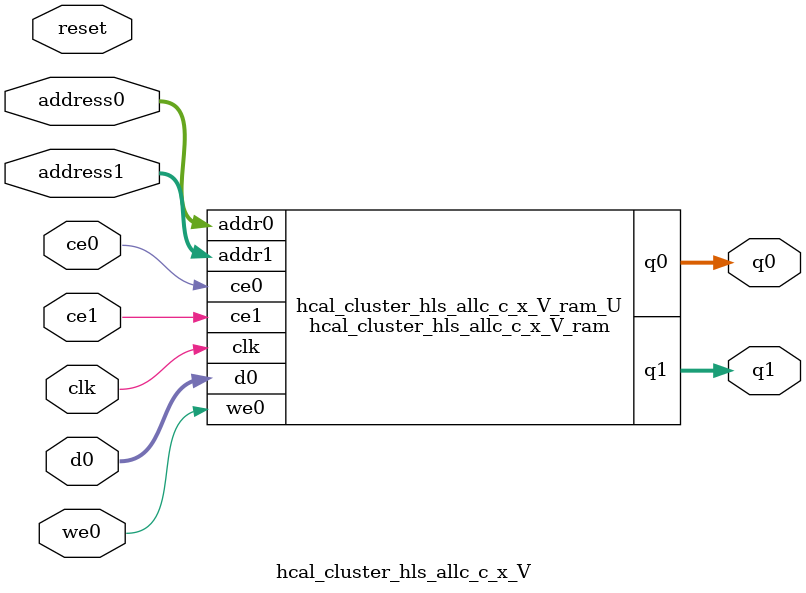
<source format=v>
`timescale 1 ns / 1 ps
module hcal_cluster_hls_allc_c_x_V_ram (addr0, ce0, d0, we0, q0, addr1, ce1, q1,  clk);

parameter DWIDTH = 5;
parameter AWIDTH = 9;
parameter MEM_SIZE = 288;

input[AWIDTH-1:0] addr0;
input ce0;
input[DWIDTH-1:0] d0;
input we0;
output reg[DWIDTH-1:0] q0;
input[AWIDTH-1:0] addr1;
input ce1;
output reg[DWIDTH-1:0] q1;
input clk;

reg [DWIDTH-1:0] ram[0:MEM_SIZE-1];




always @(posedge clk)  
begin 
    if (ce0) begin
        if (we0) 
            ram[addr0] <= d0; 
        q0 <= ram[addr0];
    end
end


always @(posedge clk)  
begin 
    if (ce1) begin
        q1 <= ram[addr1];
    end
end


endmodule

`timescale 1 ns / 1 ps
module hcal_cluster_hls_allc_c_x_V(
    reset,
    clk,
    address0,
    ce0,
    we0,
    d0,
    q0,
    address1,
    ce1,
    q1);

parameter DataWidth = 32'd5;
parameter AddressRange = 32'd288;
parameter AddressWidth = 32'd9;
input reset;
input clk;
input[AddressWidth - 1:0] address0;
input ce0;
input we0;
input[DataWidth - 1:0] d0;
output[DataWidth - 1:0] q0;
input[AddressWidth - 1:0] address1;
input ce1;
output[DataWidth - 1:0] q1;



hcal_cluster_hls_allc_c_x_V_ram hcal_cluster_hls_allc_c_x_V_ram_U(
    .clk( clk ),
    .addr0( address0 ),
    .ce0( ce0 ),
    .we0( we0 ),
    .d0( d0 ),
    .q0( q0 ),
    .addr1( address1 ),
    .ce1( ce1 ),
    .q1( q1 ));

endmodule


</source>
